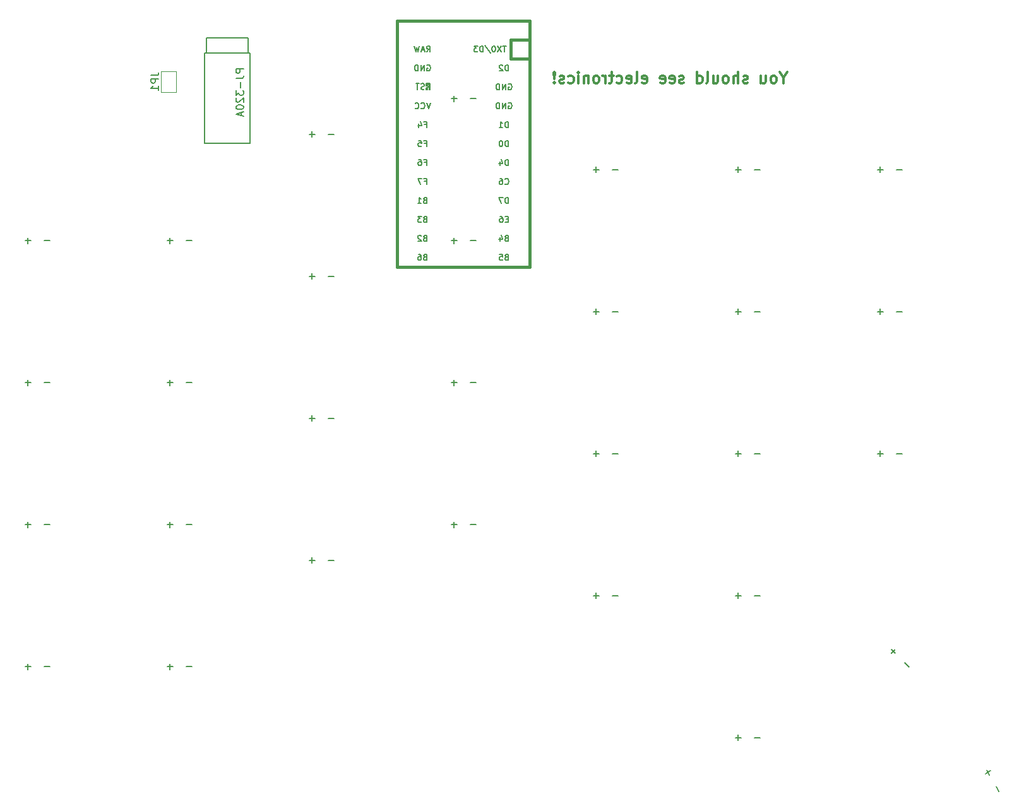
<source format=gbo>
G04 #@! TF.GenerationSoftware,KiCad,Pcbnew,(5.0.0)*
G04 #@! TF.CreationDate,2019-05-29T22:18:10-05:00*
G04 #@! TF.ProjectId,PCB,5043422E6B696361645F706362000000,rev?*
G04 #@! TF.SameCoordinates,Original*
G04 #@! TF.FileFunction,Legend,Bot*
G04 #@! TF.FilePolarity,Positive*
%FSLAX46Y46*%
G04 Gerber Fmt 4.6, Leading zero omitted, Abs format (unit mm)*
G04 Created by KiCad (PCBNEW (5.0.0)) date 05/29/19 22:18:10*
%MOMM*%
%LPD*%
G01*
G04 APERTURE LIST*
%ADD10C,0.300000*%
%ADD11C,0.381000*%
%ADD12C,0.150000*%
%ADD13C,0.120000*%
G04 APERTURE END LIST*
D10*
X223894285Y-55554285D02*
X223894285Y-56268571D01*
X224394285Y-54768571D02*
X223894285Y-55554285D01*
X223394285Y-54768571D01*
X222680000Y-56268571D02*
X222822857Y-56197142D01*
X222894285Y-56125714D01*
X222965714Y-55982857D01*
X222965714Y-55554285D01*
X222894285Y-55411428D01*
X222822857Y-55340000D01*
X222680000Y-55268571D01*
X222465714Y-55268571D01*
X222322857Y-55340000D01*
X222251428Y-55411428D01*
X222180000Y-55554285D01*
X222180000Y-55982857D01*
X222251428Y-56125714D01*
X222322857Y-56197142D01*
X222465714Y-56268571D01*
X222680000Y-56268571D01*
X220894285Y-55268571D02*
X220894285Y-56268571D01*
X221537142Y-55268571D02*
X221537142Y-56054285D01*
X221465714Y-56197142D01*
X221322857Y-56268571D01*
X221108571Y-56268571D01*
X220965714Y-56197142D01*
X220894285Y-56125714D01*
X219108571Y-56197142D02*
X218965714Y-56268571D01*
X218680000Y-56268571D01*
X218537142Y-56197142D01*
X218465714Y-56054285D01*
X218465714Y-55982857D01*
X218537142Y-55840000D01*
X218680000Y-55768571D01*
X218894285Y-55768571D01*
X219037142Y-55697142D01*
X219108571Y-55554285D01*
X219108571Y-55482857D01*
X219037142Y-55340000D01*
X218894285Y-55268571D01*
X218680000Y-55268571D01*
X218537142Y-55340000D01*
X217822857Y-56268571D02*
X217822857Y-54768571D01*
X217180000Y-56268571D02*
X217180000Y-55482857D01*
X217251428Y-55340000D01*
X217394285Y-55268571D01*
X217608571Y-55268571D01*
X217751428Y-55340000D01*
X217822857Y-55411428D01*
X216251428Y-56268571D02*
X216394285Y-56197142D01*
X216465714Y-56125714D01*
X216537142Y-55982857D01*
X216537142Y-55554285D01*
X216465714Y-55411428D01*
X216394285Y-55340000D01*
X216251428Y-55268571D01*
X216037142Y-55268571D01*
X215894285Y-55340000D01*
X215822857Y-55411428D01*
X215751428Y-55554285D01*
X215751428Y-55982857D01*
X215822857Y-56125714D01*
X215894285Y-56197142D01*
X216037142Y-56268571D01*
X216251428Y-56268571D01*
X214465714Y-55268571D02*
X214465714Y-56268571D01*
X215108571Y-55268571D02*
X215108571Y-56054285D01*
X215037142Y-56197142D01*
X214894285Y-56268571D01*
X214680000Y-56268571D01*
X214537142Y-56197142D01*
X214465714Y-56125714D01*
X213537142Y-56268571D02*
X213680000Y-56197142D01*
X213751428Y-56054285D01*
X213751428Y-54768571D01*
X212322857Y-56268571D02*
X212322857Y-54768571D01*
X212322857Y-56197142D02*
X212465714Y-56268571D01*
X212751428Y-56268571D01*
X212894285Y-56197142D01*
X212965714Y-56125714D01*
X213037142Y-55982857D01*
X213037142Y-55554285D01*
X212965714Y-55411428D01*
X212894285Y-55340000D01*
X212751428Y-55268571D01*
X212465714Y-55268571D01*
X212322857Y-55340000D01*
X210537142Y-56197142D02*
X210394285Y-56268571D01*
X210108571Y-56268571D01*
X209965714Y-56197142D01*
X209894285Y-56054285D01*
X209894285Y-55982857D01*
X209965714Y-55840000D01*
X210108571Y-55768571D01*
X210322857Y-55768571D01*
X210465714Y-55697142D01*
X210537142Y-55554285D01*
X210537142Y-55482857D01*
X210465714Y-55340000D01*
X210322857Y-55268571D01*
X210108571Y-55268571D01*
X209965714Y-55340000D01*
X208680000Y-56197142D02*
X208822857Y-56268571D01*
X209108571Y-56268571D01*
X209251428Y-56197142D01*
X209322857Y-56054285D01*
X209322857Y-55482857D01*
X209251428Y-55340000D01*
X209108571Y-55268571D01*
X208822857Y-55268571D01*
X208680000Y-55340000D01*
X208608571Y-55482857D01*
X208608571Y-55625714D01*
X209322857Y-55768571D01*
X207394285Y-56197142D02*
X207537142Y-56268571D01*
X207822857Y-56268571D01*
X207965714Y-56197142D01*
X208037142Y-56054285D01*
X208037142Y-55482857D01*
X207965714Y-55340000D01*
X207822857Y-55268571D01*
X207537142Y-55268571D01*
X207394285Y-55340000D01*
X207322857Y-55482857D01*
X207322857Y-55625714D01*
X208037142Y-55768571D01*
X204965714Y-56197142D02*
X205108571Y-56268571D01*
X205394285Y-56268571D01*
X205537142Y-56197142D01*
X205608571Y-56054285D01*
X205608571Y-55482857D01*
X205537142Y-55340000D01*
X205394285Y-55268571D01*
X205108571Y-55268571D01*
X204965714Y-55340000D01*
X204894285Y-55482857D01*
X204894285Y-55625714D01*
X205608571Y-55768571D01*
X204037142Y-56268571D02*
X204180000Y-56197142D01*
X204251428Y-56054285D01*
X204251428Y-54768571D01*
X202894285Y-56197142D02*
X203037142Y-56268571D01*
X203322857Y-56268571D01*
X203465714Y-56197142D01*
X203537142Y-56054285D01*
X203537142Y-55482857D01*
X203465714Y-55340000D01*
X203322857Y-55268571D01*
X203037142Y-55268571D01*
X202894285Y-55340000D01*
X202822857Y-55482857D01*
X202822857Y-55625714D01*
X203537142Y-55768571D01*
X201537142Y-56197142D02*
X201680000Y-56268571D01*
X201965714Y-56268571D01*
X202108571Y-56197142D01*
X202180000Y-56125714D01*
X202251428Y-55982857D01*
X202251428Y-55554285D01*
X202180000Y-55411428D01*
X202108571Y-55340000D01*
X201965714Y-55268571D01*
X201680000Y-55268571D01*
X201537142Y-55340000D01*
X201108571Y-55268571D02*
X200537142Y-55268571D01*
X200894285Y-54768571D02*
X200894285Y-56054285D01*
X200822857Y-56197142D01*
X200680000Y-56268571D01*
X200537142Y-56268571D01*
X200037142Y-56268571D02*
X200037142Y-55268571D01*
X200037142Y-55554285D02*
X199965714Y-55411428D01*
X199894285Y-55340000D01*
X199751428Y-55268571D01*
X199608571Y-55268571D01*
X198894285Y-56268571D02*
X199037142Y-56197142D01*
X199108571Y-56125714D01*
X199180000Y-55982857D01*
X199180000Y-55554285D01*
X199108571Y-55411428D01*
X199037142Y-55340000D01*
X198894285Y-55268571D01*
X198680000Y-55268571D01*
X198537142Y-55340000D01*
X198465714Y-55411428D01*
X198394285Y-55554285D01*
X198394285Y-55982857D01*
X198465714Y-56125714D01*
X198537142Y-56197142D01*
X198680000Y-56268571D01*
X198894285Y-56268571D01*
X197751428Y-55268571D02*
X197751428Y-56268571D01*
X197751428Y-55411428D02*
X197680000Y-55340000D01*
X197537142Y-55268571D01*
X197322857Y-55268571D01*
X197180000Y-55340000D01*
X197108571Y-55482857D01*
X197108571Y-56268571D01*
X196394285Y-56268571D02*
X196394285Y-55268571D01*
X196394285Y-54768571D02*
X196465714Y-54840000D01*
X196394285Y-54911428D01*
X196322857Y-54840000D01*
X196394285Y-54768571D01*
X196394285Y-54911428D01*
X195037142Y-56197142D02*
X195180000Y-56268571D01*
X195465714Y-56268571D01*
X195608571Y-56197142D01*
X195680000Y-56125714D01*
X195751428Y-55982857D01*
X195751428Y-55554285D01*
X195680000Y-55411428D01*
X195608571Y-55340000D01*
X195465714Y-55268571D01*
X195180000Y-55268571D01*
X195037142Y-55340000D01*
X194465714Y-56197142D02*
X194322857Y-56268571D01*
X194037142Y-56268571D01*
X193894285Y-56197142D01*
X193822857Y-56054285D01*
X193822857Y-55982857D01*
X193894285Y-55840000D01*
X194037142Y-55768571D01*
X194251428Y-55768571D01*
X194394285Y-55697142D01*
X194465714Y-55554285D01*
X194465714Y-55482857D01*
X194394285Y-55340000D01*
X194251428Y-55268571D01*
X194037142Y-55268571D01*
X193894285Y-55340000D01*
X193180000Y-56125714D02*
X193108571Y-56197142D01*
X193180000Y-56268571D01*
X193251428Y-56197142D01*
X193180000Y-56125714D01*
X193180000Y-56268571D01*
X193180000Y-55697142D02*
X193251428Y-54840000D01*
X193180000Y-54768571D01*
X193108571Y-54840000D01*
X193180000Y-55697142D01*
X193180000Y-54768571D01*
D11*
G04 #@! TO.C,U1*
X187300000Y-50430000D02*
X189840000Y-50430000D01*
X189840000Y-47890000D02*
X189840000Y-50430000D01*
X172060000Y-47890000D02*
X189840000Y-47890000D01*
X172060000Y-50430000D02*
X172060000Y-47890000D01*
D12*
G36*
X176018432Y-56909360D02*
X176018432Y-57109360D01*
X176118432Y-57109360D01*
X176118432Y-56909360D01*
X176018432Y-56909360D01*
G37*
X176018432Y-56909360D02*
X176018432Y-57109360D01*
X176118432Y-57109360D01*
X176118432Y-56909360D01*
X176018432Y-56909360D01*
G36*
X176418432Y-56309360D02*
X176418432Y-57109360D01*
X176518432Y-57109360D01*
X176518432Y-56309360D01*
X176418432Y-56309360D01*
G37*
X176418432Y-56309360D02*
X176418432Y-57109360D01*
X176518432Y-57109360D01*
X176518432Y-56309360D01*
X176418432Y-56309360D01*
G36*
X176018432Y-56309360D02*
X176018432Y-56409360D01*
X176518432Y-56409360D01*
X176518432Y-56309360D01*
X176018432Y-56309360D01*
G37*
X176018432Y-56309360D02*
X176018432Y-56409360D01*
X176518432Y-56409360D01*
X176518432Y-56309360D01*
X176018432Y-56309360D01*
G36*
X176218432Y-56709360D02*
X176218432Y-56809360D01*
X176318432Y-56809360D01*
X176318432Y-56709360D01*
X176218432Y-56709360D01*
G37*
X176218432Y-56709360D02*
X176218432Y-56809360D01*
X176318432Y-56809360D01*
X176318432Y-56709360D01*
X176218432Y-56709360D01*
G36*
X176018432Y-56309360D02*
X176018432Y-56609360D01*
X176118432Y-56609360D01*
X176118432Y-56309360D01*
X176018432Y-56309360D01*
G37*
X176018432Y-56309360D02*
X176018432Y-56609360D01*
X176118432Y-56609360D01*
X176118432Y-56309360D01*
X176018432Y-56309360D01*
D11*
X187300000Y-52970000D02*
X189840000Y-52970000D01*
X187300000Y-50430000D02*
X187300000Y-52970000D01*
X172060000Y-80910000D02*
X172060000Y-50430000D01*
X189840000Y-80910000D02*
X172060000Y-80910000D01*
X189840000Y-50430000D02*
X189840000Y-80910000D01*
D12*
G04 #@! TO.C,REF\002A\002A*
X146280000Y-52210000D02*
X146280000Y-64310000D01*
X146280000Y-52210000D02*
X152380000Y-52210000D01*
X152380000Y-52210000D02*
X152380000Y-64310000D01*
X146280000Y-64310000D02*
X152380000Y-64310000D01*
X146530000Y-52210000D02*
X146530000Y-50210000D01*
X146530000Y-50210000D02*
X152130000Y-50210000D01*
X152130000Y-52210000D02*
X152130000Y-50210000D01*
D13*
G04 #@! TO.C,JP1*
X142450000Y-54640000D02*
X140450000Y-54640000D01*
X142450000Y-57440000D02*
X142450000Y-54640000D01*
X140450000Y-57440000D02*
X142450000Y-57440000D01*
X140450000Y-54640000D02*
X140450000Y-57440000D01*
G04 #@! TO.C,K3*
D12*
X160274047Y-63102678D02*
X161035952Y-63102678D01*
X160655000Y-63483630D02*
X160655000Y-62721726D01*
X162814047Y-63102678D02*
X163575952Y-63102678D01*
G04 #@! TO.C,K2*
X143764047Y-77390178D02*
X144525952Y-77390178D01*
X141224047Y-77390178D02*
X141985952Y-77390178D01*
X141605000Y-77771130D02*
X141605000Y-77009226D01*
G04 #@! TO.C,K1*
X124714047Y-77390178D02*
X125475952Y-77390178D01*
X122174047Y-77390178D02*
X122935952Y-77390178D01*
X122555000Y-77771130D02*
X122555000Y-77009226D01*
G04 #@! TO.C,K4*
X181864047Y-58340178D02*
X182625952Y-58340178D01*
X179324047Y-58340178D02*
X180085952Y-58340178D01*
X179705000Y-58721130D02*
X179705000Y-57959226D01*
G04 #@! TO.C,K5*
X198374047Y-67865178D02*
X199135952Y-67865178D01*
X198755000Y-68246130D02*
X198755000Y-67484226D01*
X200914047Y-67865178D02*
X201675952Y-67865178D01*
G04 #@! TO.C,K6*
X219964047Y-67865178D02*
X220725952Y-67865178D01*
X217424047Y-67865178D02*
X218185952Y-67865178D01*
X217805000Y-68246130D02*
X217805000Y-67484226D01*
G04 #@! TO.C,K7*
X236474047Y-67865178D02*
X237235952Y-67865178D01*
X236855000Y-68246130D02*
X236855000Y-67484226D01*
X239014047Y-67865178D02*
X239775952Y-67865178D01*
G04 #@! TO.C,K8*
X122174047Y-96440178D02*
X122935952Y-96440178D01*
X122555000Y-96821130D02*
X122555000Y-96059226D01*
X124714047Y-96440178D02*
X125475952Y-96440178D01*
G04 #@! TO.C,K9*
X143764047Y-96440178D02*
X144525952Y-96440178D01*
X141224047Y-96440178D02*
X141985952Y-96440178D01*
X141605000Y-96821130D02*
X141605000Y-96059226D01*
G04 #@! TO.C,K10*
X160274047Y-82152678D02*
X161035952Y-82152678D01*
X160655000Y-82533630D02*
X160655000Y-81771726D01*
X162814047Y-82152678D02*
X163575952Y-82152678D01*
G04 #@! TO.C,K11*
X181864047Y-77390178D02*
X182625952Y-77390178D01*
X179324047Y-77390178D02*
X180085952Y-77390178D01*
X179705000Y-77771130D02*
X179705000Y-77009226D01*
G04 #@! TO.C,K12*
X198374047Y-86915178D02*
X199135952Y-86915178D01*
X198755000Y-87296130D02*
X198755000Y-86534226D01*
X200914047Y-86915178D02*
X201675952Y-86915178D01*
G04 #@! TO.C,K13*
X219964047Y-86915178D02*
X220725952Y-86915178D01*
X217424047Y-86915178D02*
X218185952Y-86915178D01*
X217805000Y-87296130D02*
X217805000Y-86534226D01*
G04 #@! TO.C,K14*
X236474047Y-86915178D02*
X237235952Y-86915178D01*
X236855000Y-87296130D02*
X236855000Y-86534226D01*
X239014047Y-86915178D02*
X239775952Y-86915178D01*
G04 #@! TO.C,K15*
X124714047Y-115490178D02*
X125475952Y-115490178D01*
X122174047Y-115490178D02*
X122935952Y-115490178D01*
X122555000Y-115871130D02*
X122555000Y-115109226D01*
G04 #@! TO.C,K16*
X141224047Y-115490178D02*
X141985952Y-115490178D01*
X141605000Y-115871130D02*
X141605000Y-115109226D01*
X143764047Y-115490178D02*
X144525952Y-115490178D01*
G04 #@! TO.C,K17*
X160274047Y-101202678D02*
X161035952Y-101202678D01*
X160655000Y-101583630D02*
X160655000Y-100821726D01*
X162814047Y-101202678D02*
X163575952Y-101202678D01*
G04 #@! TO.C,K18*
X181864047Y-96440178D02*
X182625952Y-96440178D01*
X179324047Y-96440178D02*
X180085952Y-96440178D01*
X179705000Y-96821130D02*
X179705000Y-96059226D01*
G04 #@! TO.C,K19*
X198374047Y-105965178D02*
X199135952Y-105965178D01*
X198755000Y-106346130D02*
X198755000Y-105584226D01*
X200914047Y-105965178D02*
X201675952Y-105965178D01*
G04 #@! TO.C,K20*
X219964047Y-105965178D02*
X220725952Y-105965178D01*
X217424047Y-105965178D02*
X218185952Y-105965178D01*
X217805000Y-106346130D02*
X217805000Y-105584226D01*
G04 #@! TO.C,K21*
X236474047Y-105965178D02*
X237235952Y-105965178D01*
X236855000Y-106346130D02*
X236855000Y-105584226D01*
X239014047Y-105965178D02*
X239775952Y-105965178D01*
G04 #@! TO.C,K22*
X124714047Y-134540178D02*
X125475952Y-134540178D01*
X122174047Y-134540178D02*
X122935952Y-134540178D01*
X122555000Y-134921130D02*
X122555000Y-134159226D01*
G04 #@! TO.C,K23*
X141224047Y-134540178D02*
X141985952Y-134540178D01*
X141605000Y-134921130D02*
X141605000Y-134159226D01*
X143764047Y-134540178D02*
X144525952Y-134540178D01*
G04 #@! TO.C,K24*
X162814047Y-120252678D02*
X163575952Y-120252678D01*
X160274047Y-120252678D02*
X161035952Y-120252678D01*
X160655000Y-120633630D02*
X160655000Y-119871726D01*
G04 #@! TO.C,K25*
X179324047Y-115490178D02*
X180085952Y-115490178D01*
X179705000Y-115871130D02*
X179705000Y-115109226D01*
X181864047Y-115490178D02*
X182625952Y-115490178D01*
G04 #@! TO.C,K26*
X200914047Y-125015178D02*
X201675952Y-125015178D01*
X198374047Y-125015178D02*
X199135952Y-125015178D01*
X198755000Y-125396130D02*
X198755000Y-124634226D01*
G04 #@! TO.C,K27*
X217424047Y-125015178D02*
X218185952Y-125015178D01*
X217805000Y-125396130D02*
X217805000Y-124634226D01*
X219964047Y-125015178D02*
X220725952Y-125015178D01*
G04 #@! TO.C,K28*
X240168270Y-134027782D02*
X240707018Y-134566530D01*
X238372219Y-132231731D02*
X238910967Y-132770479D01*
X238372219Y-132770479D02*
X238910967Y-132231731D01*
G04 #@! TO.C,K29*
X217424047Y-144065178D02*
X218185952Y-144065178D01*
X217805000Y-144446130D02*
X217805000Y-143684226D01*
X219964047Y-144065178D02*
X220725952Y-144065178D01*
G04 #@! TO.C,K30*
X252421575Y-150575651D02*
X252802528Y-151235480D01*
X251151575Y-148375947D02*
X251532528Y-149035776D01*
X251012137Y-148896338D02*
X251671966Y-148515386D01*
G04 #@! TO.C,U1*
X186712348Y-51261904D02*
X186255205Y-51261904D01*
X186483776Y-52061904D02*
X186483776Y-51261904D01*
X186064729Y-51261904D02*
X185531395Y-52061904D01*
X185531395Y-51261904D02*
X186064729Y-52061904D01*
X185074252Y-51261904D02*
X184998062Y-51261904D01*
X184921872Y-51300000D01*
X184883776Y-51338095D01*
X184845681Y-51414285D01*
X184807586Y-51566666D01*
X184807586Y-51757142D01*
X184845681Y-51909523D01*
X184883776Y-51985714D01*
X184921872Y-52023809D01*
X184998062Y-52061904D01*
X185074252Y-52061904D01*
X185150443Y-52023809D01*
X185188538Y-51985714D01*
X185226633Y-51909523D01*
X185264729Y-51757142D01*
X185264729Y-51566666D01*
X185226633Y-51414285D01*
X185188538Y-51338095D01*
X185150443Y-51300000D01*
X185074252Y-51261904D01*
X183893300Y-51223809D02*
X184579014Y-52252380D01*
X183626633Y-52061904D02*
X183626633Y-51261904D01*
X183436157Y-51261904D01*
X183321872Y-51300000D01*
X183245681Y-51376190D01*
X183207586Y-51452380D01*
X183169491Y-51604761D01*
X183169491Y-51719047D01*
X183207586Y-51871428D01*
X183245681Y-51947619D01*
X183321872Y-52023809D01*
X183436157Y-52061904D01*
X183626633Y-52061904D01*
X182902824Y-51261904D02*
X182407586Y-51261904D01*
X182674252Y-51566666D01*
X182559967Y-51566666D01*
X182483776Y-51604761D01*
X182445681Y-51642857D01*
X182407586Y-51719047D01*
X182407586Y-51909523D01*
X182445681Y-51985714D01*
X182483776Y-52023809D01*
X182559967Y-52061904D01*
X182788538Y-52061904D01*
X182864729Y-52023809D01*
X182902824Y-51985714D01*
X187001476Y-54601904D02*
X187001476Y-53801904D01*
X186811000Y-53801904D01*
X186696714Y-53840000D01*
X186620523Y-53916190D01*
X186582428Y-53992380D01*
X186544333Y-54144761D01*
X186544333Y-54259047D01*
X186582428Y-54411428D01*
X186620523Y-54487619D01*
X186696714Y-54563809D01*
X186811000Y-54601904D01*
X187001476Y-54601904D01*
X186239571Y-53878095D02*
X186201476Y-53840000D01*
X186125285Y-53801904D01*
X185934809Y-53801904D01*
X185858619Y-53840000D01*
X185820523Y-53878095D01*
X185782428Y-53954285D01*
X185782428Y-54030476D01*
X185820523Y-54144761D01*
X186277666Y-54601904D01*
X185782428Y-54601904D01*
X187001476Y-64761904D02*
X187001476Y-63961904D01*
X186811000Y-63961904D01*
X186696714Y-64000000D01*
X186620523Y-64076190D01*
X186582428Y-64152380D01*
X186544333Y-64304761D01*
X186544333Y-64419047D01*
X186582428Y-64571428D01*
X186620523Y-64647619D01*
X186696714Y-64723809D01*
X186811000Y-64761904D01*
X187001476Y-64761904D01*
X186049095Y-63961904D02*
X185972904Y-63961904D01*
X185896714Y-64000000D01*
X185858619Y-64038095D01*
X185820523Y-64114285D01*
X185782428Y-64266666D01*
X185782428Y-64457142D01*
X185820523Y-64609523D01*
X185858619Y-64685714D01*
X185896714Y-64723809D01*
X185972904Y-64761904D01*
X186049095Y-64761904D01*
X186125285Y-64723809D01*
X186163380Y-64685714D01*
X186201476Y-64609523D01*
X186239571Y-64457142D01*
X186239571Y-64266666D01*
X186201476Y-64114285D01*
X186163380Y-64038095D01*
X186125285Y-64000000D01*
X186049095Y-63961904D01*
X187001476Y-62221904D02*
X187001476Y-61421904D01*
X186811000Y-61421904D01*
X186696714Y-61460000D01*
X186620523Y-61536190D01*
X186582428Y-61612380D01*
X186544333Y-61764761D01*
X186544333Y-61879047D01*
X186582428Y-62031428D01*
X186620523Y-62107619D01*
X186696714Y-62183809D01*
X186811000Y-62221904D01*
X187001476Y-62221904D01*
X185782428Y-62221904D02*
X186239571Y-62221904D01*
X186011000Y-62221904D02*
X186011000Y-61421904D01*
X186087190Y-61536190D01*
X186163380Y-61612380D01*
X186239571Y-61650476D01*
X187020523Y-58920000D02*
X187096714Y-58881904D01*
X187211000Y-58881904D01*
X187325285Y-58920000D01*
X187401476Y-58996190D01*
X187439571Y-59072380D01*
X187477666Y-59224761D01*
X187477666Y-59339047D01*
X187439571Y-59491428D01*
X187401476Y-59567619D01*
X187325285Y-59643809D01*
X187211000Y-59681904D01*
X187134809Y-59681904D01*
X187020523Y-59643809D01*
X186982428Y-59605714D01*
X186982428Y-59339047D01*
X187134809Y-59339047D01*
X186639571Y-59681904D02*
X186639571Y-58881904D01*
X186182428Y-59681904D01*
X186182428Y-58881904D01*
X185801476Y-59681904D02*
X185801476Y-58881904D01*
X185611000Y-58881904D01*
X185496714Y-58920000D01*
X185420523Y-58996190D01*
X185382428Y-59072380D01*
X185344333Y-59224761D01*
X185344333Y-59339047D01*
X185382428Y-59491428D01*
X185420523Y-59567619D01*
X185496714Y-59643809D01*
X185611000Y-59681904D01*
X185801476Y-59681904D01*
X187020523Y-56380000D02*
X187096714Y-56341904D01*
X187211000Y-56341904D01*
X187325285Y-56380000D01*
X187401476Y-56456190D01*
X187439571Y-56532380D01*
X187477666Y-56684761D01*
X187477666Y-56799047D01*
X187439571Y-56951428D01*
X187401476Y-57027619D01*
X187325285Y-57103809D01*
X187211000Y-57141904D01*
X187134809Y-57141904D01*
X187020523Y-57103809D01*
X186982428Y-57065714D01*
X186982428Y-56799047D01*
X187134809Y-56799047D01*
X186639571Y-57141904D02*
X186639571Y-56341904D01*
X186182428Y-57141904D01*
X186182428Y-56341904D01*
X185801476Y-57141904D02*
X185801476Y-56341904D01*
X185611000Y-56341904D01*
X185496714Y-56380000D01*
X185420523Y-56456190D01*
X185382428Y-56532380D01*
X185344333Y-56684761D01*
X185344333Y-56799047D01*
X185382428Y-56951428D01*
X185420523Y-57027619D01*
X185496714Y-57103809D01*
X185611000Y-57141904D01*
X185801476Y-57141904D01*
X187001476Y-67301904D02*
X187001476Y-66501904D01*
X186811000Y-66501904D01*
X186696714Y-66540000D01*
X186620523Y-66616190D01*
X186582428Y-66692380D01*
X186544333Y-66844761D01*
X186544333Y-66959047D01*
X186582428Y-67111428D01*
X186620523Y-67187619D01*
X186696714Y-67263809D01*
X186811000Y-67301904D01*
X187001476Y-67301904D01*
X185858619Y-66768571D02*
X185858619Y-67301904D01*
X186049095Y-66463809D02*
X186239571Y-67035238D01*
X185744333Y-67035238D01*
X186544333Y-69765714D02*
X186582428Y-69803809D01*
X186696714Y-69841904D01*
X186772904Y-69841904D01*
X186887190Y-69803809D01*
X186963380Y-69727619D01*
X187001476Y-69651428D01*
X187039571Y-69499047D01*
X187039571Y-69384761D01*
X187001476Y-69232380D01*
X186963380Y-69156190D01*
X186887190Y-69080000D01*
X186772904Y-69041904D01*
X186696714Y-69041904D01*
X186582428Y-69080000D01*
X186544333Y-69118095D01*
X185858619Y-69041904D02*
X186011000Y-69041904D01*
X186087190Y-69080000D01*
X186125285Y-69118095D01*
X186201476Y-69232380D01*
X186239571Y-69384761D01*
X186239571Y-69689523D01*
X186201476Y-69765714D01*
X186163380Y-69803809D01*
X186087190Y-69841904D01*
X185934809Y-69841904D01*
X185858619Y-69803809D01*
X185820523Y-69765714D01*
X185782428Y-69689523D01*
X185782428Y-69499047D01*
X185820523Y-69422857D01*
X185858619Y-69384761D01*
X185934809Y-69346666D01*
X186087190Y-69346666D01*
X186163380Y-69384761D01*
X186201476Y-69422857D01*
X186239571Y-69499047D01*
X187001476Y-72381904D02*
X187001476Y-71581904D01*
X186811000Y-71581904D01*
X186696714Y-71620000D01*
X186620523Y-71696190D01*
X186582428Y-71772380D01*
X186544333Y-71924761D01*
X186544333Y-72039047D01*
X186582428Y-72191428D01*
X186620523Y-72267619D01*
X186696714Y-72343809D01*
X186811000Y-72381904D01*
X187001476Y-72381904D01*
X186277666Y-71581904D02*
X185744333Y-71581904D01*
X186087190Y-72381904D01*
X186963380Y-74502857D02*
X186696714Y-74502857D01*
X186582428Y-74921904D02*
X186963380Y-74921904D01*
X186963380Y-74121904D01*
X186582428Y-74121904D01*
X185896714Y-74121904D02*
X186049095Y-74121904D01*
X186125285Y-74160000D01*
X186163380Y-74198095D01*
X186239571Y-74312380D01*
X186277666Y-74464761D01*
X186277666Y-74769523D01*
X186239571Y-74845714D01*
X186201476Y-74883809D01*
X186125285Y-74921904D01*
X185972904Y-74921904D01*
X185896714Y-74883809D01*
X185858619Y-74845714D01*
X185820523Y-74769523D01*
X185820523Y-74579047D01*
X185858619Y-74502857D01*
X185896714Y-74464761D01*
X185972904Y-74426666D01*
X186125285Y-74426666D01*
X186201476Y-74464761D01*
X186239571Y-74502857D01*
X186277666Y-74579047D01*
X186734809Y-77042857D02*
X186620523Y-77080952D01*
X186582428Y-77119047D01*
X186544333Y-77195238D01*
X186544333Y-77309523D01*
X186582428Y-77385714D01*
X186620523Y-77423809D01*
X186696714Y-77461904D01*
X187001476Y-77461904D01*
X187001476Y-76661904D01*
X186734809Y-76661904D01*
X186658619Y-76700000D01*
X186620523Y-76738095D01*
X186582428Y-76814285D01*
X186582428Y-76890476D01*
X186620523Y-76966666D01*
X186658619Y-77004761D01*
X186734809Y-77042857D01*
X187001476Y-77042857D01*
X185858619Y-76928571D02*
X185858619Y-77461904D01*
X186049095Y-76623809D02*
X186239571Y-77195238D01*
X185744333Y-77195238D01*
X186734809Y-79582857D02*
X186620523Y-79620952D01*
X186582428Y-79659047D01*
X186544333Y-79735238D01*
X186544333Y-79849523D01*
X186582428Y-79925714D01*
X186620523Y-79963809D01*
X186696714Y-80001904D01*
X187001476Y-80001904D01*
X187001476Y-79201904D01*
X186734809Y-79201904D01*
X186658619Y-79240000D01*
X186620523Y-79278095D01*
X186582428Y-79354285D01*
X186582428Y-79430476D01*
X186620523Y-79506666D01*
X186658619Y-79544761D01*
X186734809Y-79582857D01*
X187001476Y-79582857D01*
X185820523Y-79201904D02*
X186201476Y-79201904D01*
X186239571Y-79582857D01*
X186201476Y-79544761D01*
X186125285Y-79506666D01*
X185934809Y-79506666D01*
X185858619Y-79544761D01*
X185820523Y-79582857D01*
X185782428Y-79659047D01*
X185782428Y-79849523D01*
X185820523Y-79925714D01*
X185858619Y-79963809D01*
X185934809Y-80001904D01*
X186125285Y-80001904D01*
X186201476Y-79963809D01*
X186239571Y-79925714D01*
X175812809Y-79582857D02*
X175698523Y-79620952D01*
X175660428Y-79659047D01*
X175622333Y-79735238D01*
X175622333Y-79849523D01*
X175660428Y-79925714D01*
X175698523Y-79963809D01*
X175774714Y-80001904D01*
X176079476Y-80001904D01*
X176079476Y-79201904D01*
X175812809Y-79201904D01*
X175736619Y-79240000D01*
X175698523Y-79278095D01*
X175660428Y-79354285D01*
X175660428Y-79430476D01*
X175698523Y-79506666D01*
X175736619Y-79544761D01*
X175812809Y-79582857D01*
X176079476Y-79582857D01*
X174936619Y-79201904D02*
X175089000Y-79201904D01*
X175165190Y-79240000D01*
X175203285Y-79278095D01*
X175279476Y-79392380D01*
X175317571Y-79544761D01*
X175317571Y-79849523D01*
X175279476Y-79925714D01*
X175241380Y-79963809D01*
X175165190Y-80001904D01*
X175012809Y-80001904D01*
X174936619Y-79963809D01*
X174898523Y-79925714D01*
X174860428Y-79849523D01*
X174860428Y-79659047D01*
X174898523Y-79582857D01*
X174936619Y-79544761D01*
X175012809Y-79506666D01*
X175165190Y-79506666D01*
X175241380Y-79544761D01*
X175279476Y-79582857D01*
X175317571Y-79659047D01*
X175812809Y-74502857D02*
X175698523Y-74540952D01*
X175660428Y-74579047D01*
X175622333Y-74655238D01*
X175622333Y-74769523D01*
X175660428Y-74845714D01*
X175698523Y-74883809D01*
X175774714Y-74921904D01*
X176079476Y-74921904D01*
X176079476Y-74121904D01*
X175812809Y-74121904D01*
X175736619Y-74160000D01*
X175698523Y-74198095D01*
X175660428Y-74274285D01*
X175660428Y-74350476D01*
X175698523Y-74426666D01*
X175736619Y-74464761D01*
X175812809Y-74502857D01*
X176079476Y-74502857D01*
X175355666Y-74121904D02*
X174860428Y-74121904D01*
X175127095Y-74426666D01*
X175012809Y-74426666D01*
X174936619Y-74464761D01*
X174898523Y-74502857D01*
X174860428Y-74579047D01*
X174860428Y-74769523D01*
X174898523Y-74845714D01*
X174936619Y-74883809D01*
X175012809Y-74921904D01*
X175241380Y-74921904D01*
X175317571Y-74883809D01*
X175355666Y-74845714D01*
X175812809Y-71962857D02*
X175698523Y-72000952D01*
X175660428Y-72039047D01*
X175622333Y-72115238D01*
X175622333Y-72229523D01*
X175660428Y-72305714D01*
X175698523Y-72343809D01*
X175774714Y-72381904D01*
X176079476Y-72381904D01*
X176079476Y-71581904D01*
X175812809Y-71581904D01*
X175736619Y-71620000D01*
X175698523Y-71658095D01*
X175660428Y-71734285D01*
X175660428Y-71810476D01*
X175698523Y-71886666D01*
X175736619Y-71924761D01*
X175812809Y-71962857D01*
X176079476Y-71962857D01*
X174860428Y-72381904D02*
X175317571Y-72381904D01*
X175089000Y-72381904D02*
X175089000Y-71581904D01*
X175165190Y-71696190D01*
X175241380Y-71772380D01*
X175317571Y-71810476D01*
X175755666Y-61802857D02*
X176022333Y-61802857D01*
X176022333Y-62221904D02*
X176022333Y-61421904D01*
X175641380Y-61421904D01*
X174993761Y-61688571D02*
X174993761Y-62221904D01*
X175184238Y-61383809D02*
X175374714Y-61955238D01*
X174879476Y-61955238D01*
X176555666Y-58881904D02*
X176289000Y-59681904D01*
X176022333Y-58881904D01*
X175298523Y-59605714D02*
X175336619Y-59643809D01*
X175450904Y-59681904D01*
X175527095Y-59681904D01*
X175641380Y-59643809D01*
X175717571Y-59567619D01*
X175755666Y-59491428D01*
X175793761Y-59339047D01*
X175793761Y-59224761D01*
X175755666Y-59072380D01*
X175717571Y-58996190D01*
X175641380Y-58920000D01*
X175527095Y-58881904D01*
X175450904Y-58881904D01*
X175336619Y-58920000D01*
X175298523Y-58958095D01*
X174498523Y-59605714D02*
X174536619Y-59643809D01*
X174650904Y-59681904D01*
X174727095Y-59681904D01*
X174841380Y-59643809D01*
X174917571Y-59567619D01*
X174955666Y-59491428D01*
X174993761Y-59339047D01*
X174993761Y-59224761D01*
X174955666Y-59072380D01*
X174917571Y-58996190D01*
X174841380Y-58920000D01*
X174727095Y-58881904D01*
X174650904Y-58881904D01*
X174536619Y-58920000D01*
X174498523Y-58958095D01*
X175750213Y-57073809D02*
X175635927Y-57111904D01*
X175445451Y-57111904D01*
X175369260Y-57073809D01*
X175331165Y-57035714D01*
X175293070Y-56959523D01*
X175293070Y-56883333D01*
X175331165Y-56807142D01*
X175369260Y-56769047D01*
X175445451Y-56730952D01*
X175597832Y-56692857D01*
X175674022Y-56654761D01*
X175712118Y-56616666D01*
X175750213Y-56540476D01*
X175750213Y-56464285D01*
X175712118Y-56388095D01*
X175674022Y-56350000D01*
X175597832Y-56311904D01*
X175407356Y-56311904D01*
X175293070Y-56350000D01*
X175064499Y-56311904D02*
X174607356Y-56311904D01*
X174835927Y-57111904D02*
X174835927Y-56311904D01*
X176098523Y-53840000D02*
X176174714Y-53801904D01*
X176289000Y-53801904D01*
X176403285Y-53840000D01*
X176479476Y-53916190D01*
X176517571Y-53992380D01*
X176555666Y-54144761D01*
X176555666Y-54259047D01*
X176517571Y-54411428D01*
X176479476Y-54487619D01*
X176403285Y-54563809D01*
X176289000Y-54601904D01*
X176212809Y-54601904D01*
X176098523Y-54563809D01*
X176060428Y-54525714D01*
X176060428Y-54259047D01*
X176212809Y-54259047D01*
X175717571Y-54601904D02*
X175717571Y-53801904D01*
X175260428Y-54601904D01*
X175260428Y-53801904D01*
X174879476Y-54601904D02*
X174879476Y-53801904D01*
X174689000Y-53801904D01*
X174574714Y-53840000D01*
X174498523Y-53916190D01*
X174460428Y-53992380D01*
X174422333Y-54144761D01*
X174422333Y-54259047D01*
X174460428Y-54411428D01*
X174498523Y-54487619D01*
X174574714Y-54563809D01*
X174689000Y-54601904D01*
X174879476Y-54601904D01*
X176041380Y-52061904D02*
X176308047Y-51680952D01*
X176498523Y-52061904D02*
X176498523Y-51261904D01*
X176193761Y-51261904D01*
X176117571Y-51300000D01*
X176079476Y-51338095D01*
X176041380Y-51414285D01*
X176041380Y-51528571D01*
X176079476Y-51604761D01*
X176117571Y-51642857D01*
X176193761Y-51680952D01*
X176498523Y-51680952D01*
X175736619Y-51833333D02*
X175355666Y-51833333D01*
X175812809Y-52061904D02*
X175546142Y-51261904D01*
X175279476Y-52061904D01*
X175089000Y-51261904D02*
X174898523Y-52061904D01*
X174746142Y-51490476D01*
X174593761Y-52061904D01*
X174403285Y-51261904D01*
X175755666Y-64342857D02*
X176022333Y-64342857D01*
X176022333Y-64761904D02*
X176022333Y-63961904D01*
X175641380Y-63961904D01*
X174955666Y-63961904D02*
X175336619Y-63961904D01*
X175374714Y-64342857D01*
X175336619Y-64304761D01*
X175260428Y-64266666D01*
X175069952Y-64266666D01*
X174993761Y-64304761D01*
X174955666Y-64342857D01*
X174917571Y-64419047D01*
X174917571Y-64609523D01*
X174955666Y-64685714D01*
X174993761Y-64723809D01*
X175069952Y-64761904D01*
X175260428Y-64761904D01*
X175336619Y-64723809D01*
X175374714Y-64685714D01*
X175755666Y-66882857D02*
X176022333Y-66882857D01*
X176022333Y-67301904D02*
X176022333Y-66501904D01*
X175641380Y-66501904D01*
X174993761Y-66501904D02*
X175146142Y-66501904D01*
X175222333Y-66540000D01*
X175260428Y-66578095D01*
X175336619Y-66692380D01*
X175374714Y-66844761D01*
X175374714Y-67149523D01*
X175336619Y-67225714D01*
X175298523Y-67263809D01*
X175222333Y-67301904D01*
X175069952Y-67301904D01*
X174993761Y-67263809D01*
X174955666Y-67225714D01*
X174917571Y-67149523D01*
X174917571Y-66959047D01*
X174955666Y-66882857D01*
X174993761Y-66844761D01*
X175069952Y-66806666D01*
X175222333Y-66806666D01*
X175298523Y-66844761D01*
X175336619Y-66882857D01*
X175374714Y-66959047D01*
X175755666Y-69422857D02*
X176022333Y-69422857D01*
X176022333Y-69841904D02*
X176022333Y-69041904D01*
X175641380Y-69041904D01*
X175412809Y-69041904D02*
X174879476Y-69041904D01*
X175222333Y-69841904D01*
X175812809Y-77042857D02*
X175698523Y-77080952D01*
X175660428Y-77119047D01*
X175622333Y-77195238D01*
X175622333Y-77309523D01*
X175660428Y-77385714D01*
X175698523Y-77423809D01*
X175774714Y-77461904D01*
X176079476Y-77461904D01*
X176079476Y-76661904D01*
X175812809Y-76661904D01*
X175736619Y-76700000D01*
X175698523Y-76738095D01*
X175660428Y-76814285D01*
X175660428Y-76890476D01*
X175698523Y-76966666D01*
X175736619Y-77004761D01*
X175812809Y-77042857D01*
X176079476Y-77042857D01*
X175317571Y-76738095D02*
X175279476Y-76700000D01*
X175203285Y-76661904D01*
X175012809Y-76661904D01*
X174936619Y-76700000D01*
X174898523Y-76738095D01*
X174860428Y-76814285D01*
X174860428Y-76890476D01*
X174898523Y-77004761D01*
X175355666Y-77461904D01*
X174860428Y-77461904D01*
G04 #@! TO.C,REF\002A\002A*
X151482380Y-54340952D02*
X150482380Y-54340952D01*
X150482380Y-54721904D01*
X150530000Y-54817142D01*
X150577619Y-54864761D01*
X150672857Y-54912380D01*
X150815714Y-54912380D01*
X150910952Y-54864761D01*
X150958571Y-54817142D01*
X151006190Y-54721904D01*
X151006190Y-54340952D01*
X150482380Y-55626666D02*
X151196666Y-55626666D01*
X151339523Y-55579047D01*
X151434761Y-55483809D01*
X151482380Y-55340952D01*
X151482380Y-55245714D01*
X151101428Y-56102857D02*
X151101428Y-56864761D01*
X150482380Y-57245714D02*
X150482380Y-57864761D01*
X150863333Y-57531428D01*
X150863333Y-57674285D01*
X150910952Y-57769523D01*
X150958571Y-57817142D01*
X151053809Y-57864761D01*
X151291904Y-57864761D01*
X151387142Y-57817142D01*
X151434761Y-57769523D01*
X151482380Y-57674285D01*
X151482380Y-57388571D01*
X151434761Y-57293333D01*
X151387142Y-57245714D01*
X150577619Y-58245714D02*
X150530000Y-58293333D01*
X150482380Y-58388571D01*
X150482380Y-58626666D01*
X150530000Y-58721904D01*
X150577619Y-58769523D01*
X150672857Y-58817142D01*
X150768095Y-58817142D01*
X150910952Y-58769523D01*
X151482380Y-58198095D01*
X151482380Y-58817142D01*
X150482380Y-59436190D02*
X150482380Y-59531428D01*
X150530000Y-59626666D01*
X150577619Y-59674285D01*
X150672857Y-59721904D01*
X150863333Y-59769523D01*
X151101428Y-59769523D01*
X151291904Y-59721904D01*
X151387142Y-59674285D01*
X151434761Y-59626666D01*
X151482380Y-59531428D01*
X151482380Y-59436190D01*
X151434761Y-59340952D01*
X151387142Y-59293333D01*
X151291904Y-59245714D01*
X151101428Y-59198095D01*
X150863333Y-59198095D01*
X150672857Y-59245714D01*
X150577619Y-59293333D01*
X150530000Y-59340952D01*
X150482380Y-59436190D01*
X151196666Y-60150476D02*
X151196666Y-60626666D01*
X151482380Y-60055238D02*
X150482380Y-60388571D01*
X151482380Y-60721904D01*
G04 #@! TO.C,JP1*
X139102380Y-55206666D02*
X139816666Y-55206666D01*
X139959523Y-55159047D01*
X140054761Y-55063809D01*
X140102380Y-54920952D01*
X140102380Y-54825714D01*
X140102380Y-55682857D02*
X139102380Y-55682857D01*
X139102380Y-56063809D01*
X139150000Y-56159047D01*
X139197619Y-56206666D01*
X139292857Y-56254285D01*
X139435714Y-56254285D01*
X139530952Y-56206666D01*
X139578571Y-56159047D01*
X139626190Y-56063809D01*
X139626190Y-55682857D01*
X140102380Y-57206666D02*
X140102380Y-56635238D01*
X140102380Y-56920952D02*
X139102380Y-56920952D01*
X139245238Y-56825714D01*
X139340476Y-56730476D01*
X139388095Y-56635238D01*
G04 #@! TD*
M02*

</source>
